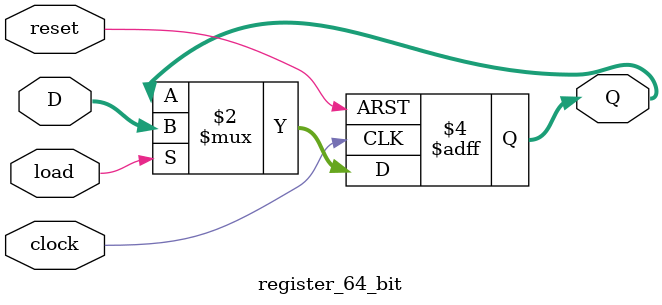
<source format=v>
module register_64_bit (Q, D, load, reset, clock);
    parameter n = 64;

    input [n-1:0] D;
    input load;
    input reset;
    input clock;

    output reg [n-1:0] Q;

    always @ (posedge clock or posedge reset) begin
        if (reset)
            Q <= 0;
        else if (load)
            Q <= D;
    end

endmodule


</source>
